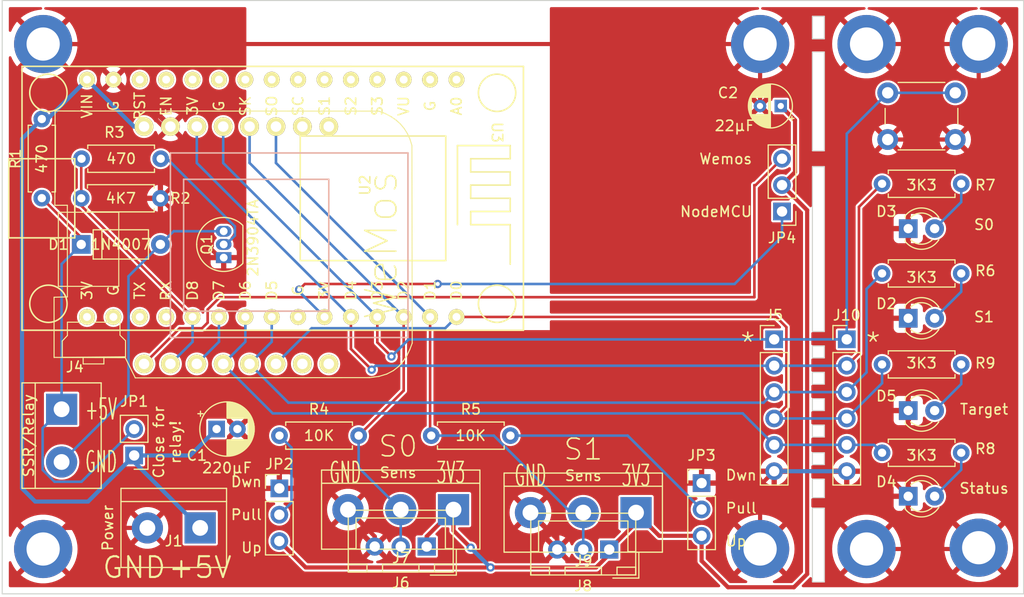
<source format=kicad_pcb>
(kicad_pcb (version 20211014) (generator pcbnew)
  (layers (0 "F.Cu" signal) (31 "B.Cu" signal) (34 "B.Paste" user) (35 "F.Paste" user) (36 "B.SilkS" user "B.Silkscreen") (37 "F.SilkS" user "F.Silkscreen") (38 "B.Mask" user) (39 "F.Mask" user) (44 "Edge.Cuts" user))
  (net 0 "")
  (net 1 "/ESP8266 module/3V3")
  (net 2 "Net-(D1-Pad1)")
  (net 3 "Net-(D1-Pad2)")
  (net 4 "Net-(D2-Pad2)")
  (net 5 "Net-(D3-Pad2)")
  (net 6 "Net-(D4-Pad2)")
  (net 7 "Net-(D5-Pad2)")
  (net 8 "/ESP8266 module/D2")
  (net 9 "/ESP8266 module/D1")
  (net 10 "Net-(JP2-Pad2)")
  (net 11 "Net-(JP3-Pad2)")
  (net 12 "Net-(JP4-Pad1)")
  (net 13 "Net-(JP4-Pad3)")
  (net 14 "Net-(Q1-Pad2)")
  (net 15 "/ESP8266 module/D7")
  (net 16 "+5V")
  (net 17 "GND")
  (net 34 "L_SW")
  (net 35 "L_L2")
  (net 36 "L_L1")
  (net 37 "L_LB")
  (net 38 "L_LT")
  (net 45 "/ESP8266 module/D8")
  (footprint "Capacitor_THT:CP_Radial_D5.0mm_P2.00mm" (layer "F.Cu") (at 108.264888 56.515)
    (fp_text reference "C1" (at -1.905 2.54) (layer "F.SilkS"))
    (fp_text value "220µF" (at 1 3.75) (layer "F.SilkS"))
    (pad "1" thru_hole rect (at 0 0) (size 1.6 1.6) (drill 0.8) (layers *.Cu *.Mask) (net 16 "+5V"))
    (pad "2" thru_hole circle (at 2 0) (size 1.6 1.6) (drill 0.8) (layers *.Cu *.Mask) (net 17 "GND"))
  )
  (footprint "Capacitor_THT:CP_Radial_D4.0mm_P2.00mm" (layer "F.Cu") (at 162.56 25.4 180)
    (fp_text reference "C2" (at 5.08 1.27) (layer "F.SilkS"))
    (fp_text value "22µF" (at 4.445 -1.905) (layer "F.SilkS"))
    (pad "1" thru_hole rect (at 0 0 180) (size 1.2 1.2) (drill 0.6) (layers *.Cu *.Mask) (net 1 "/ESP8266 module/3V3"))
    (pad "2" thru_hole circle (at 2 0 180) (size 1.2 1.2) (drill 0.6) (layers *.Cu *.Mask) (net 17 "GND"))
  )
  (footprint "Diodes_THT:D_A-405_P7.62mm_Horizontal" (layer "F.Cu") (at 95.235 38.735)
    (fp_text reference "D1" (at -2.202441 0) (layer "F.SilkS"))
    (fp_text value "1N4007" (at 3.81 0) (layer "F.SilkS"))
    (pad "1" thru_hole rect locked (at 0 0) (size 1.8 1.8) (drill 0.9) (layers *.Cu *.Mask) (net 2 "Net-(D1-Pad1)"))
    (pad "2" thru_hole oval locked (at 7.62 0) (size 1.8 1.8) (drill 0.9) (layers *.Cu *.Mask) (net 3 "Net-(D1-Pad2)"))
  )
  (footprint "LEDs:LED_D3.0mm" (layer "F.Cu") (at 174.828 45.847)
    (fp_text reference "D2" (at -2.108 -1.397) (layer "F.SilkS"))
    (fp_text value "LED_2")
    (pad "1" thru_hole rect locked (at 0 0) (size 1.8 1.8) (drill 0.9) (layers *.Cu *.Mask) (net 17 "GND"))
    (pad "2" thru_hole circle locked (at 2.54 0) (size 1.8 1.8) (drill 0.9) (layers *.Cu *.Mask) (net 4 "Net-(D2-Pad2)"))
  )
  (footprint "LEDs:LED_D3.0mm" (layer "F.Cu") (at 174.828 37.211)
    (fp_text reference "D3" (at -2.108 -1.651) (layer "F.SilkS"))
    (fp_text value "LED_1")
    (pad "1" thru_hole rect locked (at 0 0) (size 1.8 1.8) (drill 0.9) (layers *.Cu *.Mask) (net 17 "GND"))
    (pad "2" thru_hole circle locked (at 2.54 0) (size 1.8 1.8) (drill 0.9) (layers *.Cu *.Mask) (net 5 "Net-(D3-Pad2)"))
  )
  (footprint "LEDs:LED_D3.0mm" (layer "F.Cu") (at 174.828 62.992)
    (fp_text reference "D4" (at -2.108 -1.397) (layer "F.SilkS"))
    (fp_text value "LED_bl")
    (pad "1" thru_hole rect locked (at 0 0) (size 1.8 1.8) (drill 0.9) (layers *.Cu *.Mask) (net 17 "GND"))
    (pad "2" thru_hole circle locked (at 2.54 0) (size 1.8 1.8) (drill 0.9) (layers *.Cu *.Mask) (net 6 "Net-(D4-Pad2)"))
  )
  (footprint "LEDs:LED_D3.0mm" (layer "F.Cu") (at 174.828 54.737)
    (fp_text reference "D5" (at -2.108 -1.397) (layer "F.SilkS"))
    (fp_text value "LED_t")
    (pad "1" thru_hole rect locked (at 0 0) (size 1.8 1.8) (drill 0.9) (layers *.Cu *.Mask) (net 17 "GND"))
    (pad "2" thru_hole circle locked (at 2.54 0) (size 1.8 1.8) (drill 0.9) (layers *.Cu *.Mask) (net 7 "Net-(D5-Pad2)"))
  )
  (footprint "Connectors_Terminal_Blocks:TerminalBlock_bornier-2_P5.08mm" (layer "F.Cu") (at 106.68 66.04 180)
    (fp_text reference "J1" (at 2.54 -1.27) (layer "F.SilkS"))
    (fp_text value "Power")
    (pad "1" thru_hole rect locked (at 0 0 180) (size 3 3) (drill 1.52) (layers *.Cu *.Mask) (net 16 "+5V"))
    (pad "2" thru_hole circle locked (at 5.08 0 180) (size 3 3) (drill 1.52) (layers *.Cu *.Mask) (net 17 "GND"))
  )
  (footprint "Connectors_Terminal_Blocks:TerminalBlock_bornier-2_P5.08mm" (layer "F.Cu") (at 93.345 54.61 -90)
    (fp_text reference "J4" (at -4.064 -1.27 180) (layer "F.SilkS"))
    (fp_text value "SSR_out")
    (pad "1" thru_hole rect locked (at 0 0 270) (size 3 3) (drill 1.52) (layers *.Cu *.Mask) (net 2 "Net-(D1-Pad1)"))
    (pad "2" thru_hole circle locked (at 5.08 0 270) (size 3 3) (drill 1.52) (layers *.Cu *.Mask) (net 3 "Net-(D1-Pad2)"))
  )
  (footprint "Pin_Headers:Pin_Header_Straight_1x06_Pitch2.54mm" (layer "F.Cu") (at 161.925 47.879)
    (fp_text reference "J5" (at 0 -2.33) (layer "F.SilkS"))
    (fp_text value "LED_BOARD_out")
    (pad "1" thru_hole rect locked (at 0 0) (size 1.7 1.7) (drill 1) (layers *.Cu *.Mask) (net 34 "L_SW"))
    (pad "2" thru_hole oval locked (at 0 2.54) (size 1.7 1.7) (drill 1) (layers *.Cu *.Mask) (net 36 "L_L1"))
    (pad "3" thru_hole oval locked (at 0 5.08) (size 1.7 1.7) (drill 1) (layers *.Cu *.Mask) (net 35 "L_L2"))
    (pad "4" thru_hole oval locked (at 0 7.62) (size 1.7 1.7) (drill 1) (layers *.Cu *.Mask) (net 38 "L_LT"))
    (pad "5" thru_hole oval locked (at 0 10.16) (size 1.7 1.7) (drill 1) (layers *.Cu *.Mask) (net 37 "L_LB"))
    (pad "6" thru_hole oval locked (at 0 12.7) (size 1.7 1.7) (drill 1) (layers *.Cu *.Mask) (net 17 "GND"))
  )
  (footprint "Connectors_JST:JST_XH_B03B-XH-A_03x2.50mm_Straight" (layer "F.Cu") (at 128.484 67.835 180)
    (fp_text reference "J6" (at 2.5 -3.5) (layer "F.SilkS"))
    (fp_text value "S1_out")
    (pad "1" thru_hole rect locked (at 0 0 180) (size 1.75 1.75) (drill 1) (layers *.Cu *.Mask) (net 1 "/ESP8266 module/3V3"))
    (pad "2" thru_hole circle locked (at 2.5 0 180) (size 1.75 1.75) (drill 1) (layers *.Cu *.Mask) (net 8 "/ESP8266 module/D2"))
    (pad "3" thru_hole circle locked (at 5 0 180) (size 1.75 1.75) (drill 1) (layers *.Cu *.Mask) (net 17 "GND"))
  )
  (footprint "Connectors_Terminal_Blocks:TerminalBlock_bornier-3_P5.08mm" (layer "F.Cu") (at 131.064 64.279 180)
    (fp_text reference "J7" (at 5.05 -4.65) (layer "F.SilkS"))
    (fp_text value "Alt_Conn_S1")
    (pad "1" thru_hole rect locked (at 0 0 180) (size 3 3) (drill 1.52) (layers *.Cu *.Mask) (net 1 "/ESP8266 module/3V3"))
    (pad "2" thru_hole circle locked (at 5.08 0 180) (size 3 3) (drill 1.52) (layers *.Cu *.Mask) (net 8 "/ESP8266 module/D2"))
    (pad "3" thru_hole circle locked (at 10.16 0 180) (size 3 3) (drill 1.52) (layers *.Cu *.Mask) (net 17 "GND"))
  )
  (footprint "Connectors_JST:JST_XH_B03B-XH-A_03x2.50mm_Straight" (layer "F.Cu") (at 146.05 68.123 180)
    (fp_text reference "J8" (at 2.5 -3.5) (layer "F.SilkS"))
    (fp_text value "S2_out")
    (pad "1" thru_hole rect locked (at 0 0 180) (size 1.75 1.75) (drill 1) (layers *.Cu *.Mask) (net 1 "/ESP8266 module/3V3"))
    (pad "2" thru_hole circle locked (at 2.5 0 180) (size 1.75 1.75) (drill 1) (layers *.Cu *.Mask) (net 9 "/ESP8266 module/D1"))
    (pad "3" thru_hole circle locked (at 5 0 180) (size 1.75 1.75) (drill 1) (layers *.Cu *.Mask) (net 17 "GND"))
  )
  (footprint "Connectors_Terminal_Blocks:TerminalBlock_bornier-3_P5.08mm" (layer "F.Cu") (at 148.63 64.567 180)
    (fp_text reference "J9" (at 5.05 -4.65) (layer "F.SilkS"))
    (fp_text value "Alt_Conn_S2")
    (pad "1" thru_hole rect locked (at 0 0 180) (size 3 3) (drill 1.52) (layers *.Cu *.Mask) (net 1 "/ESP8266 module/3V3"))
    (pad "2" thru_hole circle locked (at 5.08 0 180) (size 3 3) (drill 1.52) (layers *.Cu *.Mask) (net 9 "/ESP8266 module/D1"))
    (pad "3" thru_hole circle locked (at 10.16 0 180) (size 3 3) (drill 1.52) (layers *.Cu *.Mask) (net 17 "GND"))
  )
  (footprint "Pin_Headers:Pin_Header_Straight_1x06_Pitch2.54mm" (layer "F.Cu") (at 168.91 47.879)
    (fp_text reference "J10" (at 0 -2.33) (layer "F.SilkS"))
    (fp_text value "LED_BOARD_in")
    (pad "1" thru_hole rect locked (at 0 0) (size 1.7 1.7) (drill 1) (layers *.Cu *.Mask) (net 34 "L_SW"))
    (pad "2" thru_hole oval locked (at 0 2.54) (size 1.7 1.7) (drill 1) (layers *.Cu *.Mask) (net 36 "L_L1"))
    (pad "3" thru_hole oval locked (at 0 5.08) (size 1.7 1.7) (drill 1) (layers *.Cu *.Mask) (net 35 "L_L2"))
    (pad "4" thru_hole oval locked (at 0 7.62) (size 1.7 1.7) (drill 1) (layers *.Cu *.Mask) (net 38 "L_LT"))
    (pad "5" thru_hole oval locked (at 0 10.16) (size 1.7 1.7) (drill 1) (layers *.Cu *.Mask) (net 37 "L_LB"))
    (pad "6" thru_hole oval locked (at 0 12.7) (size 1.7 1.7) (drill 1) (layers *.Cu *.Mask) (net 17 "GND"))
  )
  (footprint "Pin_Headers:Pin_Header_Straight_1x03_Pitch2.54mm" (layer "F.Cu") (at 114.3 62.23)
    (fp_text reference "JP2" (at 0 -2.33) (layer "F.SilkS"))
    (fp_text value "Pullup/Pulldown S1")
    (pad "1" thru_hole rect locked (at 0 0) (size 1.7 1.7) (drill 1) (layers *.Cu *.Mask) (net 17 "GND"))
    (pad "2" thru_hole oval locked (at 0 2.54) (size 1.7 1.7) (drill 1) (layers *.Cu *.Mask) (net 10 "Net-(JP2-Pad2)"))
    (pad "3" thru_hole oval locked (at 0 5.08) (size 1.7 1.7) (drill 1) (layers *.Cu *.Mask) (net 1 "/ESP8266 module/3V3"))
  )
  (footprint "Pin_Headers:Pin_Header_Straight_1x03_Pitch2.54mm" (layer "F.Cu") (at 154.94 61.722)
    (fp_text reference "JP3" (at 0 -2.667) (layer "F.SilkS"))
    (fp_text value "Pullup/Pulldown S2")
    (pad "1" thru_hole rect locked (at 0 0) (size 1.7 1.7) (drill 1) (layers *.Cu *.Mask) (net 17 "GND"))
    (pad "2" thru_hole oval locked (at 0 2.54) (size 1.7 1.7) (drill 1) (layers *.Cu *.Mask) (net 11 "Net-(JP3-Pad2)"))
    (pad "3" thru_hole oval locked (at 0 5.08) (size 1.7 1.7) (drill 1) (layers *.Cu *.Mask) (net 1 "/ESP8266 module/3V3"))
  )
  (footprint "Resistors_THT:R_Axial_DIN0207_L6.3mm_D2.5mm_P7.62mm_Horizontal" (layer "F.Cu") (at 91.44 26.655 -90)
    (fp_text reference "R1" (at 3.825 2.54 90) (layer "F.SilkS"))
    (fp_text value "470" (at 3.825 0 90) (layer "F.SilkS"))
    (pad "1" thru_hole circle locked (at 0 0 270) (size 1.6 1.6) (drill 0.8) (layers *.Cu *.Mask) (net 16 "+5V"))
    (pad "2" thru_hole oval locked (at 7.62 0 270) (size 1.6 1.6) (drill 0.8) (layers *.Cu *.Mask) (net 2 "Net-(D1-Pad1)"))
  )
  (footprint "Resistors_THT:R_Axial_DIN0207_L6.3mm_D2.5mm_P7.62mm_Horizontal" (layer "F.Cu") (at 95.235 34.29)
    (fp_text reference "R2" (at 9.54 0) (layer "F.SilkS"))
    (fp_text value "4K7" (at 3.81 0) (layer "F.SilkS"))
    (pad "1" thru_hole circle locked (at 0 0) (size 1.6 1.6) (drill 0.8) (layers *.Cu *.Mask) (net 45 "/ESP8266 module/D8"))
    (pad "2" thru_hole oval locked (at 7.62 0) (size 1.6 1.6) (drill 0.8) (layers *.Cu *.Mask) (net 17 "GND"))
  )
  (footprint "Resistors_THT:R_Axial_DIN0207_L6.3mm_D2.5mm_P7.62mm_Horizontal" (layer "F.Cu") (at 102.885 30.48 180)
    (fp_text reference "R3" (at 4.46 2.54) (layer "F.SilkS"))
    (fp_text value "470" (at 3.81 0) (layer "F.SilkS"))
    (pad "1" thru_hole circle locked (at 0 0 180) (size 1.6 1.6) (drill 0.8) (layers *.Cu *.Mask) (net 14 "Net-(Q1-Pad2)"))
    (pad "2" thru_hole oval locked (at 7.62 0 180) (size 1.6 1.6) (drill 0.8) (layers *.Cu *.Mask) (net 45 "/ESP8266 module/D8"))
  )
  (footprint "Resistors_THT:R_Axial_DIN0207_L6.3mm_D2.5mm_P7.62mm_Horizontal" (layer "F.Cu") (at 121.935 57.15 180)
    (fp_text reference "R4" (at 3.825 2.54) (layer "F.SilkS"))
    (fp_text value "10K" (at 3.81 0) (layer "F.SilkS"))
    (pad "1" thru_hole circle locked (at 0 0 180) (size 1.6 1.6) (drill 0.8) (layers *.Cu *.Mask) (net 8 "/ESP8266 module/D2"))
    (pad "2" thru_hole oval locked (at 7.62 0 180) (size 1.6 1.6) (drill 0.8) (layers *.Cu *.Mask) (net 10 "Net-(JP2-Pad2)"))
  )
  (footprint "Resistors_THT:R_Axial_DIN0207_L6.3mm_D2.5mm_P7.62mm_Horizontal" (layer "F.Cu") (at 136.54 57.15 180)
    (fp_text reference "R5" (at 3.81 2.54) (layer "F.SilkS"))
    (fp_text value "10K" (at 3.825 0) (layer "F.SilkS"))
    (pad "1" thru_hole circle locked (at 0 0 180) (size 1.6 1.6) (drill 0.8) (layers *.Cu *.Mask) (net 11 "Net-(JP3-Pad2)"))
    (pad "2" thru_hole oval locked (at 7.62 0 180) (size 1.6 1.6) (drill 0.8) (layers *.Cu *.Mask) (net 9 "/ESP8266 module/D1"))
  )
  (footprint "Resistors_THT:R_Axial_DIN0207_L6.3mm_D2.5mm_P7.62mm_Horizontal" (layer "F.Cu") (at 179.928 41.529 180)
    (fp_text reference "R6" (at -2.317 0.254) (layer "F.SilkS"))
    (fp_text value "3K3" (at 3.81 -0.381) (layer "F.SilkS"))
    (pad "1" thru_hole circle locked (at 0 0 180) (size 1.6 1.6) (drill 0.8) (layers *.Cu *.Mask) (net 4 "Net-(D2-Pad2)"))
    (pad "2" thru_hole oval locked (at 7.62 0 180) (size 1.6 1.6) (drill 0.8) (layers *.Cu *.Mask) (net 35 "L_L2"))
  )
  (footprint "Resistors_THT:R_Axial_DIN0207_L6.3mm_D2.5mm_P7.62mm_Horizontal" (layer "F.Cu") (at 179.928 32.893 180)
    (fp_text reference "R7" (at -2.317 -0.127) (layer "F.SilkS"))
    (fp_text value "3K3" (at 3.81 -0.127) (layer "F.SilkS"))
    (pad "1" thru_hole circle locked (at 0 0 180) (size 1.6 1.6) (drill 0.8) (layers *.Cu *.Mask) (net 5 "Net-(D3-Pad2)"))
    (pad "2" thru_hole oval locked (at 7.62 0 180) (size 1.6 1.6) (drill 0.8) (layers *.Cu *.Mask) (net 36 "L_L1"))
  )
  (footprint "Resistors_THT:R_Axial_DIN0207_L6.3mm_D2.5mm_P7.62mm_Horizontal" (layer "F.Cu") (at 179.928 50.292 180)
    (fp_text reference "R9" (at -2.317 0.127) (layer "F.SilkS"))
    (fp_text value "3K3" (at 3.81 0.127) (layer "F.SilkS"))
    (pad "1" thru_hole circle locked (at 0 0 180) (size 1.6 1.6) (drill 0.8) (layers *.Cu *.Mask) (net 7 "Net-(D5-Pad2)"))
    (pad "2" thru_hole oval locked (at 7.62 0 180) (size 1.6 1.6) (drill 0.8) (layers *.Cu *.Mask) (net 38 "L_LT"))
  )
  (footprint "ESP8266:NodeMCU Amica" (layer "F.Cu") (at 112.395 34.29 -90)
    (fp_text reference "U3" (at -6.35 -22.86 -90 unlocked) (layer "F.SilkS"))
    (fp_text value "NodeMCU_1.0_(ESP-12E)")
    (fp_text user "D6" (at 8.89 1.365 -90) (layer "F.SilkS"))
    (fp_text user "VIN" (at -8.89 16.605 -90) (layer "F.SilkS"))
    (fp_text user "SK" (at -8.89 1.365 -90) (layer "F.SilkS"))
    (fp_text user "D1" (at 8.89 -16.415 -90) (layer "F.SilkS"))
    (fp_text user "D2" (at 8.89 -13.875 -90) (layer "F.SilkS"))
    (fp_text user "3V" (at 8.89 -6.255 -90) (layer "F.SilkS"))
    (fp_text user "D3" (at 8.89 -11.335 -90) (layer "F.SilkS"))
    (fp_text user "D0" (at 8.89 -18.955 -90) (layer "F.SilkS"))
    (fp_text user "S2" (at -8.89 -8.795 -90) (layer "F.SilkS"))
    (fp_text user "SO" (at -8.89 -1.175 -90) (layer "F.SilkS"))
    (fp_text user "RX" (at 8.89 8.985 -90) (layer "F.SilkS"))
    (fp_text user "G" (at -8.89 -16.415 -90) (layer "F.SilkS"))
    (fp_text user "G" (at -8.89 14.065 -90) (layer "F.SilkS"))
    (fp_text user "VU" (at -8.89 -13.875 -90) (layer "F.SilkS"))
    (fp_text user "RST" (at -8.89 11.525 -90) (layer "F.SilkS"))
    (fp_text user "EN" (at -8.89 8.985 -90) (layer "F.SilkS"))
    (fp_text user "SC" (at -8.89 -3.715 -90) (layer "F.SilkS"))
    (fp_text user "D4" (at 8.89 -8.795 -90) (layer "F.SilkS"))
    (fp_text user "A0" (at -8.89 -18.955 -90) (layer "F.SilkS"))
    (fp_text user "G" (at 8.89 14.065 -90) (layer "F.SilkS"))
    (fp_text user "D5" (at 8.89 -1.175 -90) (layer "F.SilkS"))
    (fp_text user "TX" (at 8.89 11.525 -90) (layer "F.SilkS"))
    (fp_text user "G" (at -8.89 3.905 -90) (layer "F.SilkS"))
    (fp_text user "S3" (at -8.89 -11.335 -90) (layer "F.SilkS"))
    (fp_text user "3V" (at 8.89 16.605 -90) (layer "F.SilkS"))
    (fp_text user "3V" (at -8.89 6.445 -90) (layer "F.SilkS"))
    (fp_text user "S1" (at -8.89 -6.255 -90) (layer "F.SilkS"))
    (fp_text user "D8" (at 8.89 6.445 -90) (layer "F.SilkS"))
    (fp_text user "G" (at 8.89 -3.715 -90) (layer "F.SilkS"))
    (fp_text user "D7" (at 8.89 3.905 -90) (layer "F.SilkS"))
    (pad "1" thru_hole circle (at -11.43 -18.955 270) (size 1.524 1.524) (drill 0.762) (layers *.Mask "F.Cu" "In1.Cu" "B.Cu" "F.SilkS"))
    (pad "2" thru_hole circle (at -11.43 -16.415 270) (size 1.524 1.524) (drill 0.762) (layers *.Mask "F.Cu" "In1.Cu" "B.Cu" "F.SilkS"))
    (pad "3" thru_hole circle (at -11.43 -13.875 270) (size 1.524 1.524) (drill 0.762) (layers *.Mask "F.Cu" "In1.Cu" "B.Cu" "F.SilkS"))
    (pad "4" thru_hole circle (at -11.43 -11.335 270) (size 1.524 1.524) (drill 0.762) (layers *.Mask "F.Cu" "In1.Cu" "B.Cu" "F.SilkS"))
    (pad "5" thru_hole circle (at -11.43 -8.795 270) (size 1.524 1.524) (drill 0.762) (layers *.Mask "F.Cu" "In1.Cu" "B.Cu" "F.SilkS"))
    (pad "6" thru_hole circle (at -11.43 -6.255 270) (size 1.524 1.524) (drill 0.762) (layers *.Mask "F.Cu" "In1.Cu" "B.Cu" "F.SilkS"))
    (pad "7" thru_hole circle (at -11.43 -3.715 270) (size 1.524 1.524) (drill 0.762) (layers *.Mask "F.Cu" "In1.Cu" "B.Cu" "F.SilkS"))
    (pad "8" thru_hole circle (at -11.43 -1.175 270) (size 1.524 1.524) (drill 0.762) (layers *.Mask "F.Cu" "In1.Cu" "B.Cu" "F.SilkS"))
    (pad "9" thru_hole circle (at -11.43 1.365 270) (size 1.524 1.524) (drill 0.762) (layers *.Mask "F.Cu" "In1.Cu" "B.Cu" "F.SilkS"))
    (pad "10" thru_hole circle (at -11.43 3.905 270) (size 1.524 1.524) (drill 0.762) (layers *.Mask "F.Cu" "In1.Cu" "B.Cu" "F.SilkS"))
    (pad "11" thru_hole circle (at -11.43 6.445 270) (size 1.524 1.524) (drill 0.762) (layers *.Mask "F.Cu" "In1.Cu" "B.Cu" "F.SilkS"))
    (pad "12" thru_hole circle (at -11.43 8.985 270) (size 1.524 1.524) (drill 0.762) (layers *.Mask "F.Cu" "In1.Cu" "B.Cu" "F.SilkS"))
    (pad "13" thru_hole circle (at -11.43 11.525 270) (size 1.524 1.524) (drill 0.762) (layers *.Mask "F.Cu" "In1.Cu" "B.Cu" "F.SilkS"))
    (pad "14" thru_hole circle (at -11.43 14.065 270) (size 1.524 1.524) (drill 0.762) (layers *.Mask "F.Cu" "In1.Cu" "B.Cu" "F.SilkS") (net 17 "GND"))
    (pad "15" thru_hole circle (at -11.43 16.605 270) (size 1.524 1.524) (drill 0.762) (layers *.Mask "F.Cu" "In1.Cu" "B.Cu" "F.SilkS") (net 16 "+5V"))
    (pad "16" thru_hole circle (at 11.43 16.605 270) (size 1.524 1.524) (drill 0.762) (layers *.Mask "F.Cu" "In1.Cu" "B.Cu" "F.SilkS"))
    (pad "17" thru_hole circle (at 11.43 14.065 270) (size 1.524 1.524) (drill 0.762) (layers *.Mask "F.Cu" "In1.Cu" "B.Cu" "F.SilkS"))
    (pad "18" thru_hole circle (at 11.43 11.525 270) (size 1.524 1.524) (drill 0.762) (layers *.Mask "F.Cu" "In1.Cu" "B.Cu" "F.SilkS"))
    (pad "19" thru_hole circle (at 11.43 8.985 270) (size 1.524 1.524) (drill 0.762) (layers *.Mask "F.Cu" "In1.Cu" "B.Cu" "F.SilkS"))
    (pad "20" thru_hole circle (at 11.43 6.445 270) (size 1.524 1.524) (drill 0.762) (layers *.Mask "F.Cu" "In1.Cu" "B.Cu" "F.SilkS") (net 45 "/ESP8266 module/D8"))
    (pad "21" thru_hole circle (at 11.43 3.905 270) (size 1.524 1.524) (drill 0.762) (layers *.Mask "F.Cu" "In1.Cu" "B.Cu" "F.SilkS") (net 15 "/ESP8266 module/D7"))
    (pad "22" thru_hole circle (at 11.43 1.365 270) (size 1.524 1.524) (drill 0.762) (layers *.Mask "F.Cu" "In1.Cu" "B.Cu" "F.SilkS") (net 37 "L_LB"))
    (pad "23" thru_hole circle (at 11.43 -1.175 270) (size 1.524 1.524) (drill 0.762) (layers *.Mask "F.Cu" "In1.Cu" "B.Cu" "F.SilkS") (net 35 "L_L2"))
    (pad "24" thru_hole circle (at 11.43 -3.715 270) (size 1.524 1.524) (drill 0.762) (layers *.Mask "F.Cu" "In1.Cu" "B.Cu" "F.SilkS"))
    (pad "25" thru_hole circle (at 11.43 -6.255 270) (size 1.524 1.524) (drill 0.762) (layers *.Mask "F.Cu" "In1.Cu" "B.Cu" "F.SilkS") (net 12 "Net-(JP4-Pad1)"))
    (pad "26" thru_hole circle (at 11.43 -8.795 270) (size 1.524 1.524) (drill 0.762) (layers *.Mask "F.Cu" "In1.Cu" "B.Cu" "F.SilkS") (net 36 "L_L1"))
    (pad "27" thru_hole circle (at 11.43 -11.335 270) (size 1.524 1.524) (drill 0.762) (layers *.Mask "F.Cu" "In1.Cu" "B.Cu" "F.SilkS") (net 34 "L_SW"))
    (pad "28" thru_hole circle (at 11.43 -13.875 270) (size 1.524 1.524) (drill 0.762) (layers *.Mask "F.Cu" "In1.Cu" "B.Cu" "F.SilkS") (net 8 "/ESP8266 module/D2"))
    (pad "29" thru_hole circle (at 11.43 -16.415 270) (size 1.524 1.524) (drill 0.762) (layers *.Mask "F.Cu" "In1.Cu" "B.Cu" "F.SilkS") (net 9 "/ESP8266 module/D1"))
    (pad "30" thru_hole circle (at 11.43 -18.955 270) (size 1.524 1.524) (drill 0.762) (layers *.Mask "F.Cu" "In1.Cu" "B.Cu" "F.SilkS") (net 38 "L_LT"))
  )
  (footprint "wemos_d1_mini:D1_mini_board" (layer "F.Cu") (at 108.897747 38.812084 -90)
    (fp_text reference "U2" (at -5.792084 -13.657253 90) (layer "F.SilkS"))
    (fp_text value "WeMos_mini" hide)
    (fp_text user "WeMos" (at 0 -15.24 90) (layer "F.SilkS") (effects (font (size 3 3))))
    (pad "1" thru_hole circle locked (at -11.43 7.62 270) (size 1.8 1.8) (drill 1.016) (layers *.Cu *.Mask "F.SilkS") (net 16 "+5V"))
    (pad "2" thru_hole circle locked (at -11.43 5.08 270) (size 1.8 1.8) (drill 1.016) (layers *.Cu *.Mask "F.SilkS") (net 17 "GND"))
    (pad "3" thru_hole circle locked (at -11.43 2.54 270) (size 1.8 1.8) (drill 1.016) (layers *.Cu *.Mask "F.SilkS") (net 36 "L_L1"))
    (pad "4" thru_hole circle locked (at -11.43 0 270) (size 1.8 1.8) (drill 1.016) (layers *.Cu *.Mask "F.SilkS") (net 34 "L_SW"))
    (pad "5" thru_hole circle locked (at -11.43 -2.54 270) (size 1.8 1.8) (drill 1.016) (layers *.Cu *.Mask "F.SilkS") (net 8 "/ESP8266 module/D2"))
    (pad "6" thru_hole circle locked (at -11.43 -5.08 270) (size 1.8 1.8) (drill 1.016) (layers *.Cu *.Mask "F.SilkS") (net 9 "/ESP8266 module/D1"))
    (pad "7" thru_hole circle locked (at -11.43 -7.62 270) (size 1.8 1.8) (drill 1.016) (layers *.Cu *.Mask "F.SilkS"))
    (pad "8" thru_hole circle locked (at -11.43 -10.16 270) (size 1.8 1.8) (drill 1.016) (layers *.Cu *.Mask "F.SilkS"))
    (pad "9" thru_hole circle locked (at 11.43 -10.16 270) (size 1.8 1.8) (drill 1.016) (layers *.Cu *.Mask "F.SilkS"))
    (pad "10" thru_hole circle locked (at 11.43 -7.62 270) (size 1.8 1.8) (drill 1.016) (layers *.Cu *.Mask "F.SilkS"))
    (pad "11" thru_hole circle locked (at 11.43 -5.08 270) (size 1.8 1.8) (drill 1.016) (layers *.Cu *.Mask "F.SilkS") (net 38 "L_LT"))
    (pad "12" thru_hole circle locked (at 11.43 -2.54 270) (size 1.8 1.8) (drill 1.016) (layers *.Cu *.Mask "F.SilkS") (net 35 "L_L2"))
    (pad "13" thru_hole circle locked (at 11.43 0 270) (size 1.8 1.8) (drill 1.016) (layers *.Cu *.Mask "F.SilkS") (net 37 "L_LB"))
    (pad "14" thru_hole circle locked (at 11.43 2.54 270) (size 1.8 1.8) (drill 1.016) (layers *.Cu *.Mask "F.SilkS") (net 15 "/ESP8266 module/D7"))
    (pad "15" thru_hole circle locked (at 11.43 5.08 270) (size 1.8 1.8) (drill 1.016) (layers *.Cu *.Mask "F.SilkS") (net 45 "/ESP8266 module/D8"))
    (pad "16" thru_hole circle locked (at 11.43 7.62 270) (size 1.8 1.8) (drill 1.016) (layers *.Cu *.Mask "F.SilkS") (net 13 "Net-(JP4-Pad3)"))
  )
  (footprint "Pin_Headers:Pin_Header_Straight_1x03_Pitch2.54mm" (layer "F.Cu") (at 162.68 35.56 180)
    (fp_text reference "JP4" (at 0 -2.54) (layer "F.SilkS"))
    (fp_text value "Module select")
    (pad "1" thru_hole rect locked (at 0 0 180) (size 1.7 1.7) (drill 1) (layers *.Cu *.Mask) (net 12 "Net-(JP4-Pad1)"))
    (pad "2" thru_hole oval locked (at 0 2.54 180) (size 1.7 1.7) (drill 1) (layers *.Cu *.Mask) (net 1 "/ESP8266 module/3V3"))
    (pad "3" thru_hole oval locked (at 0 5.08 180) (size 1.7 1.7) (drill 1) (layers *.Cu *.Mask) (net 13 "Net-(JP4-Pad3)"))
  )
  (footprint "Buttons_Switches_THT:SW_PUSH_6mm_h9.5mm" (layer "F.Cu") (at 172.853 24.13)
    (fp_text reference "SW1" hide)
    (fp_text value "SW_Push" hide)
    (pad "1" thru_hole circle locked (at 0 0 90) (size 2 2) (drill 1.1) (layers *.Cu *.Mask) (net 34 "L_SW"))
    (pad "1" thru_hole circle locked (at 6.5 0 90) (size 2 2) (drill 1.1) (layers *.Cu *.Mask) (net 34 "L_SW"))
    (pad "2" thru_hole circle locked (at 6.5 4.5 90) (size 2 2) (drill 1.1) (layers *.Cu *.Mask) (net 17 "GND"))
    (pad "2" thru_hole circle locked (at 0 4.5 90) (size 2 2) (drill 1.1) (layers *.Cu *.Mask) (net 17 "GND"))
  )
  (footprint "Pin_Headers:Pin_Header_Straight_1x02_Pitch2.54mm" (layer "F.Cu") (at 100.33 59.06 180)
    (fp_text reference "JP1" (at 0 5.207) (layer "F.SilkS"))
    (fp_text value "Close for relay")
    (pad "1" thru_hole rect locked (at 0 0 180) (size 1.7 1.7) (drill 1) (layers *.Cu *.Mask) (net 16 "+5V"))
    (pad "2" thru_hole oval locked (at 0 2.54 180) (size 1.7 1.7) (drill 1) (layers *.Cu *.Mask) (net 2 "Net-(D1-Pad1)"))
  )
  (footprint "Mounting_Holes:MountingHole_3.2mm_M3_DIN965_Pad" (layer "F.Cu") (at 181.61 67.945)
    (fp_text reference "H2" hide)
    (fp_text value "M3")
    (pad "1" thru_hole circle locked (at 0 0) (size 5.6 5.6) (drill 3.2) (layers *.Cu *.Mask) (net 17 "GND"))
  )
  (footprint "Mounting_Holes:MountingHole_3.2mm_M3_DIN965_Pad" (layer "F.Cu") (at 170.815 19.431)
    (fp_text reference "H3" hide)
    (fp_text value "M3")
    (pad "1" thru_hole circle locked (at 0 0) (size 5.6 5.6) (drill 3.2) (layers *.Cu *.Mask) (net 17 "GND"))
  )
  (footprint "Mounting_Holes:MountingHole_3.2mm_M3_DIN965_Pad" (layer "F.Cu") (at 170.815 68.072)
    (fp_text reference "H4" hide)
    (fp_text value "M3")
    (pad "1" thru_hole circle locked (at 0 0) (size 5.6 5.6) (drill 3.2) (layers *.Cu *.Mask) (net 17 "GND"))
  )
  (footprint "Mounting_Holes:MountingHole_3.2mm_M3_DIN965_Pad" (layer "F.Cu") (at 160.571 19.431)
    (fp_text reference "H6" hide)
    (fp_text value "M3")
    (pad "1" thru_hole circle locked (at 0 0) (size 5.6 5.6) (drill 3.2) (layers *.Cu *.Mask) (net 17 "GND"))
  )
  (footprint "Mounting_Holes:MountingHole_3.2mm_M3_DIN965_Pad" (layer "F.Cu") (at 181.61 19.431)
    (fp_text reference "H8" hide)
    (fp_text value "M3")
    (pad "1" thru_hole circle locked (at 0 0) (size 5.6 5.6) (drill 3.2) (layers *.Cu *.Mask) (net 17 "GND"))
  )
  (footprint "Mounting_Holes:MountingHole_3.2mm_M3_DIN965_Pad" (layer "F.Cu") (at 91.571 68.072)
    (fp_text reference "H11" hide)
    (fp_text value "M3")
    (pad "1" thru_hole circle locked (at 0 0) (size 5.6 5.6) (drill 3.2) (layers *.Cu *.Mask) (net 17 "GND"))
  )
  (footprint "Mounting_Holes:MountingHole_3.2mm_M3_DIN965_Pad" (layer "F.Cu") (at 91.571 19.431)
    (fp_text reference "H12" hide)
    (fp_text value "M3")
    (pad "1" thru_hole circle locked (at 0 0) (size 5.6 5.6) (drill 3.2) (layers *.Cu *.Mask) (net 17 "GND"))
  )
  (footprint "Mounting_Holes:MountingHole_3.2mm_M3_DIN965_Pad" (layer "F.Cu") (at 160.571 68.072)
    (fp_text reference "H1" hide)
    (fp_text value "M3")
    (pad "1" thru_hole circle locked (at 0 0) (size 5.6 5.6) (drill 3.2) (layers *.Cu *.Mask) (net 17 "GND"))
  )
  (footprint "Resistors_THT:R_Axial_DIN0207_L6.3mm_D2.5mm_P7.62mm_Horizontal" (layer "F.Cu") (at 179.928 58.801 180)
    (fp_text reference "R8" (at -2.317 0.381) (layer "F.SilkS"))
    (fp_text value "3K3" (at 3.81 -0.254) (layer "F.SilkS"))
    (pad "1" thru_hole circle locked (at 0 0 180) (size 1.6 1.6) (drill 0.8) (layers *.Cu *.Mask) (net 6 "Net-(D4-Pad2)"))
    (pad "2" thru_hole oval locked (at 7.62 0 180) (size 1.6 1.6) (drill 0.8) (layers *.Cu *.Mask) (net 37 "L_LB"))
  )
  (footprint "Package_TO_SOT_THT:TO-92_Inline" (layer "F.Cu") (at 108.945 40.005 90)
    (fp_text reference "Q1" (at 1.27 -1.63 90) (layer "F.SilkS"))
    (fp_text value "2N3904TA" (at 1.905 2.815 90) (layer "F.SilkS"))
    (pad "1" thru_hole rect (at 0 0 90) (size 1.05 1.5) (drill 0.75) (layers *.Cu *.Mask) (net 17 "GND"))
    (pad "2" thru_hole oval (at 1.27 0 90) (size 1.05 1.5) (drill 0.75) (layers *.Cu *.Mask) (net 14 "Net-(Q1-Pad2)"))
    (pad "3" thru_hole oval (at 2.54 0 90) (size 1.05 1.5) (drill 0.75) (layers *.Cu *.Mask) (net 3 "Net-(D1-Pad2)"))
  )
  (gr_line (start 165.608 29.718) (end 165.608 20.193) (layer "Edge.Cuts") (width 0.1))
  (gr_line (start 166.751 29.718) (end 165.608 29.718) (layer "Edge.Cuts") (width 0.1))
  (gr_line (start 166.751 20.193) (end 166.751 29.718) (layer "Edge.Cuts") (width 0.1))
  (gr_line (start 165.608 20.193) (end 166.751 20.193) (layer "Edge.Cuts") (width 0.1))
  (gr_line (start 166.751 18.923) (end 165.608 18.923) (layer "Edge.Cuts") (width 0.1))
  (gr_line (start 165.608 16.764) (end 166.751 16.764) (layer "Edge.Cuts") (width 0.1))
  (gr_line (start 165.608 18.923) (end 165.608 16.764) (layer "Edge.Cuts") (width 0.1))
  (gr_line (start 166.751 16.764) (end 166.751 18.923) (layer "Edge.Cuts") (width 0.1))
  (gr_line (start 165.608 64.135) (end 166.751 64.135) (layer "Edge.Cuts") (width 0.1))
  (gr_line (start 166.751 64.135) (end 166.751 71.247) (layer "Edge.Cuts") (width 0.1))
  (gr_line (start 166.751 71.247) (end 165.608 71.247) (layer "Edge.Cuts") (width 0.1))
  (gr_line (start 165.608 71.247) (end 165.608 64.135) (layer "Edge.Cuts") (width 0.1))
  (gr_line (start 166.751 56.134) (end 166.751 57.277) (layer "Edge.Cuts") (width 0.1))
  (gr_line (start 165.608 56.134) (end 166.751 56.134) (layer "Edge.Cuts") (width 0.1))
  (gr_line (start 166.751 57.277) (end 165.608 57.277) (layer "Edge.Cuts") (width 0.1))
  (gr_line (start 165.608 57.277) (end 165.608 56.134) (layer "Edge.Cuts") (width 0.1))
  (gr_line (start 166.751 53.594) (end 166.751 54.737) (layer "Edge.Cuts") (width 0.1))
  (gr_line (start 165.608 53.594) (end 166.751 53.594) (layer "Edge.Cuts") (width 0.1))
  (gr_line (start 166.751 54.737) (end 165.608 54.737) (layer "Edge.Cuts") (width 0.1))
  (gr_line (start 165.608 54.737) (end 165.608 53.594) (layer "Edge.Cuts") (width 0.1))
  (gr_line (start 166.751 52.197) (end 165.608 52.197) (layer "Edge.Cuts") (width 0.1))
  (gr_line (start 165.608 52.197) (end 165.608 51.054) (layer "Edge.Cuts") (width 0.1))
  (gr_line (start 166.751 51.054) (end 166.751 52.197) (layer "Edge.Cuts") (width 0.1))
  (gr_line (start 165.608 51.054) (end 166.751 51.054) (layer "Edge.Cuts") (width 0.1))
  (gr_line (start 166.751 49.657) (end 165.608 49.657) (layer "Edge.Cuts") (width 0.1))
  (gr_line (start 165.608 49.657) (end 165.608 48.514) (layer "Edge.Cuts") (width 0.1))
  (gr_line (start 166.751 48.514) (end 166.751 49.657) (layer "Edge.Cuts") (width 0.1))
  (gr_line (start 165.608 48.514) (end 166.751 48.514) (layer "Edge.Cuts") (width 0.1))
  (gr_line (start 165.608 31.242) (end 166.751 31.242) (layer "Edge.Cuts") (width 0.1))
  (gr_line (start 87.63 72.39) (end 87.63 15.24) (layer "Edge.Cuts") (width 0.1))
  (gr_line (start 87.63 15.24) (end 185.934 15.24) (layer "Edge.Cuts") (width 0.1))
  (gr_line (start 185.934 72.39) (end 87.63 72.39) (layer "Edge.Cuts") (width 0.1))
  (gr_line (start 166.751 63.119) (end 165.608 63.119) (layer "Edge.Cuts") (width 0.1))
  (gr_line (start 165.608 63.119) (end 165.608 61.341) (layer "Edge.Cuts") (width 0.1))
  (gr_line (start 165.608 61.341) (end 166.751 61.341) (layer "Edge.Cuts") (width 0.1))
  (gr_line (start 166.751 61.341) (end 166.751 63.119) (layer "Edge.Cuts") (width 0.1))
  (gr_line (start 165.608 59.944) (end 165.608 58.801) (layer "Edge.Cuts") (width 0.1))
  (gr_line (start 166.751 59.944) (end 165.608 59.944) (layer "Edge.Cuts") (width 0.1))
  (gr_line (start 165.608 58.801) (end 166.751 58.801) (layer "Edge.Cuts") (width 0.1))
  (gr_line (start 166.751 31.242) (end 166.751 47.117) (layer "Edge.Cuts") (width 0.1))
  (gr_line (start 185.934 15.24) (end 185.934 72.39) (layer "Edge.Cuts") (width 0.1))
  (gr_line (start 166.751 47.117) (end 165.608 47.117) (layer "Edge.Cuts") (width 0.1))
  (gr_line (start 165.608 47.117) (end 165.608 31.242) (layer "Edge.Cuts") (width 0.1))
  (gr_line (start 166.751 58.801) (end 166.751 59.944) (layer "Edge.Cuts") (width 0.1))
  (gr_text "S0" (at 182.124 36.83) (layer "F.SilkS") (effects (font (size 1 1))))
  (gr_text "S0" (at 125.73 58.183) (layer "F.SilkS") (effects (font (size 2 2))))
  (gr_text "3V3" (at 130.81 60.723) (layer "F.SilkS") (effects (font (size 2 1))))
  (gr_text "S1" (at 143.55 58.471) (layer "F.SilkS") (effects (font (size 2 2))))
  (gr_text "3V3" (at 148.63 61.011) (layer "F.SilkS") (effects (font (size 2 1))))
  (gr_text "Wemos" (at 157.258571 30.495) (layer "F.SilkS") (effects (font (size 1 1))))
  (gr_text "GND" (at 100.33 69.85) (layer "F.SilkS") (effects (font (size 2 2) (thickness 0.2))))
  (gr_text "Pull" (at 111.125 64.77) (layer "F.SilkS") (effects (font (size 1 1))))
  (gr_text "Close for\nrelay!" (at 103.505 57.785 90) (layer "F.SilkS") (effects (font (size 1 1))))
  (gr_text "Target" (at 182.124 54.61) (layer "F.SilkS") (effects (font (size 1 1))))
  (gr_text "Up" (at 158.25 67.31) (layer "F.SilkS") (effects (font (size 1 1))))
  (gr_text "Dwn" (at 158.75 60.96) (layer "F.SilkS") (effects (font (size 1 1))))
  (gr_text "NodeMCU" (at 156.33 35.575) (layer "F.SilkS") (effects (font (size 1 1))))
  (gr_text "GND" (at 120.65 60.723) (layer "F.SilkS") (effects (font (size 2 1))))
  (gr_text "SSR/Relay" (at 90.17 57.15 90) (layer "F.SilkS") (effects (font (size 1 1))))
  (gr_text "Sens" (at 125.73 60.723) (layer "F.SilkS") (effects (font (size 1 1))))
  (gr_text "Power" (at 97.79 66.04 90) (layer "F.SilkS") (effects (font (size 1 1))))
  (gr_text "Dwn" (at 111.125 61.595) (layer "F.SilkS") (effects (font (size 1 1))))
  (gr_text "GND" (at 138.47 61.011) (layer "F.SilkS") (effects (font (size 2 1))))
  (gr_text "Up" (at 111.625 67.945) (layer "F.SilkS") (effects (font (size 1 1))))
  (gr_text "+5V" (at 97.155 54.61) (layer "F.SilkS") (effects (font (size 2 1))))
  (gr_text "Status" (at 182.124 62.23) (layer "F.SilkS") (effects (font (size 1 1))))
  (gr_text "GND" (at 97.155 59.69) (layer "F.SilkS") (effects (font (size 2 1))))
  (gr_text "Pull" (at 158.75 64.135) (layer "F.SilkS") (effects (font (size 1 1))))
  (gr_text "S1" (at 182.124 45.72) (layer "F.SilkS") (effects (font (size 1 1))))
  (gr_text "Sens" (at 143.55 61.011) (layer "F.SilkS") (effects (font (size 1 1))))
  (gr_text "*" (at 159.385 48.26) (layer "F.SilkS") (effects (font (size 2 2))))
  (gr_text "*" (at 171.45 48.26) (layer "F.SilkS") (effects (font (size 2 2))))
  (gr_text "+5V" (at 106.68 69.85) (layer "F.SilkS") (effects (font (size 2 2) (thickness 0.2))))
  (segment (start 157.48 71.755) (end 154.94 69.215) (width 0.4) (layer "F.Cu") (net 1))
  (segment (start 163.83 71.755) (end 157.48 71.755) (width 0.4) (layer "F.Cu") (net 1))
  (segment (start 148.63 65.543) (end 146.05 68.123) (width 0.4) (layer "F.Cu") (net 1))
  (segment (start 148.63 64.567) (end 148.63 65.543) (width 0.4) (layer "F.Cu") (net 1))
  (segment (start 162.68 33.02) (end 163.93 31.77) (width 0.4) (layer "F.Cu") (net 1))
  (segment (start 154.94 69.215) (end 154.94 66.802) (width 0.4) (layer "F.Cu") (net 1))
  (segment (start 114.3 67.31) (end 116.84 69.85) (width 0.4) (layer "F.Cu") (net 1))
  (segment (start 131.064 64.279) (end 131.064 66.294) (width 0.4) (layer "F.Cu") (net 1))
  (segment (start 128.484 67.835) (end 128.484 66.859) (width 0.4) (layer "F.Cu") (net 1))
  (segment (start 146.05 68.58) (end 144.78 69.85) (width 0.4) (layer "F.Cu") (net 1))
  (segment (start 165.1 35.44) (end 165.1 70.485) (width 0.4) (layer "F.Cu") (net 1))
  (segment (start 128.484 66.859) (end 131.064 64.279) (width 0.4) (layer "F.Cu") (net 1))
  (segment (start 165.1 70.485) (end 163.83 71.755) (width 0.4) (layer "F.Cu") (net 1))
  (segment (start 163.93 31.77) (end 163.93 26.77) (width 0.4) (layer "F.Cu") (net 1))
  (segment (start 150.865 66.802) (end 148.63 64.567) (width 0.4) (layer "F.Cu") (net 1))
  (segment (start 162.68 33.02) (end 165.1 35.44) (width 0.4) (layer "F.Cu") (net 1))
  (segment (start 163.93 26.77) (end 162.56 25.4) (width 0.4) (layer "F.Cu") (net 1))
  (segment (start 131.064 66.294) (end 132.715 67.945) (width 0.4) (layer "F.Cu") (net 1))
  (segment (start 134.62 69.85) (end 144.78 69.85) (width 0.4) (layer "F.Cu") (net 1))
  (segment (start 116.84 69.85) (end 134.62 69.85) (width 0.4) (layer "F.Cu") (net 1))
  (segment (start 146.05 68.123) (end 146.05 68.58) (width 0.4) (layer "F.Cu") (net 1))
  (segment (start 154.94 66.802) (end 150.865 66.802) (width 0.4) (layer "F.Cu") (net 1))
  (via (at 132.715 67.945) (size 0.8) (drill 0.4) (layers "F.Cu" "B.Cu") (net 1))
  (via (at 134.62 69.85) (size 0.8) (drill 0.4) (layers "F.Cu" "B.Cu") (net 1))
  (segment (start 132.715 67.945) (end 134.62 69.85) (width 0.4) (layer "B.Cu") (net 1))
  (segment (start 95.235 38.07) (end 91.44 34.275) (width 0.25) (layer "F.Cu") (net 2))
  (segment (start 95.235 38.735) (end 95.235 38.07) (width 0.25) (layer "F.Cu") (net 2))
  (segment (start 93.345 54.61) (end 91.52 56.435) (width 0.25) (layer "B.Cu") (net 2))
  (segment (start 92.66906 61.595) (end 95.255 61.595) (width 0.25) (layer "B.Cu") (net 2))
  (segment (start 95.255 61.595) (end 100.33 56.52) (width 0.25) (layer "B.Cu") (net 2))
  (segment (start 91.52 56.435) (end 91.52 60.44594) (width 0.25) (layer "B.Cu") (net 2))
  (segment (start 93.345 40.625) (end 95.235 38.735) (width 0.25) (layer "B.Cu") (net 2))
  (segment (start 93.345 54.61) (end 93.345 40.625) (width 0.25) (layer "B.Cu") (net 2))
  (segment (start 91.52 60.44594) (end 92.66906 61.595) (width 0.25) (layer "B.Cu") (net 2))
  (segment (start 104.125 37.465) (end 108.945 37.465) (width 0.25) (layer "B.Cu") (net 3))
  (segment (start 99.783 53.252) (end 99.783 41.807) (width 0.25) (layer "B.Cu") (net 3))
  (segment (start 99.783 41.807) (end 102.855 38.735) (width 0.25) (layer "B.Cu") (net 3))
  (segment (start 102.855 38.735) (end 104.125 37.465) (width 0.25) (layer "B.Cu") (net 3))
  (segment (start 93.345 59.69) (end 99.783 53.252) (width 0.25) (layer "B.Cu") (net 3))
  (segment (start 177.368 45.847) (end 179.928 43.287) (width 0.25) (layer "B.Cu") (net 4))
  (segment (start 179.928 43.287) (end 179.928 41.529) (width 0.25) (layer "B.Cu") (net 4))
  (segment (start 179.928 34.651) (end 179.928 32.893) (width 0.25) (layer "B.Cu") (net 5))
  (segment (start 177.368 37.211) (end 179.928 34.651) (width 0.25) (layer "B.Cu") (net 5))
  (segment (start 179.928 60.432) (end 179.928 58.801) (width 0.25) (layer "B.Cu") (net 6))
  (segment (start 177.368 62.992) (end 179.928 60.432) (width 0.25) (layer "B.Cu") (net 6))
  (segment (start 177.368 54.737) (end 179.928 52.177) (width 0.25) (layer "B.Cu") (net 7))
  (segment (start 179.928 52.177) (end 179.928 50.292) (width 0.25) (layer "B.Cu") (net 7))
  (segment (start 126.27 52.815) (end 121.935 57.15) (width 0.25) (layer "F.Cu") (net 8))
  (segment (start 126.27 45.72) (end 126.27 52.815) (width 0.25) (layer "F.Cu") (net 8))
  (segment (start 111.437747 27.382084) (end 111.437747 30.887747) (width 0.25) (layer "B.Cu") (net 8))
  (segment (start 111.437747 30.887747) (end 126.27 45.72) (width 0.25) (layer "B.Cu") (net 8))
  (segment (start 121.935 60.23) (end 125.984 64.279) (width 0.25) (layer "B.Cu") (net 8))
  (segment (start 125.984 64.279) (end 125.984 67.835) (width 0.25) (layer "B.Cu") (net 8))
  (segment (start 121.935 57.15) (end 121.935 60.23) (width 0.25) (layer "B.Cu") (net 8))
  (segment (start 128.81 57.04) (end 128.92 57.15) (width 0.25) (layer "F.Cu") (net 9))
  (segment (start 128.81 45.72) (end 128.81 57.04) (width 0.25) (layer "F.Cu") (net 9))
  (segment (start 142.366009 64.567) (end 143.55 64.567) (width 0.25) (layer "B.Cu") (net 9))
  (segment (start 113.977747 30.887747) (end 128.81 45.72) (width 0.25) (layer "B.Cu") (net 9))
  (segment (start 134.949009 57.15) (end 142.366009 64.567) (width 0.25) (layer "B.Cu") (net 9))
  (segment (start 128.92 57.15) (end 134.949009 57.15) (width 0.25) (layer "B.Cu") (net 9))
  (segment (start 143.55 64.567) (end 143.55 68.123) (width 0.25) (layer "B.Cu") (net 9))
  (segment (start 113.977747 27.382084) (end 113.977747 30.887747) (width 0.25) (layer "B.Cu") (net 9))
  (segment (start 114.3 64.77) (end 115.475 63.595) (width 0.25) (layer "B.Cu") (net 10))
  (segment (start 115.475 58.31) (end 114.315 57.15) (width 0.25) (layer "B.Cu") (net 10))
  (segment (start 115.475 63.595) (end 115.475 58.31) (width 0.25) (layer "B.Cu") (net 10))
  (segment (start 136.54 57.15) (end 147.828 57.15) (width 0.25) (layer "B.Cu") (net 11))
  (segment (start 147.828 57.15) (end 154.94 64.262) (width 0.25) (layer "B.Cu") (net 11))
  (segment (start 116.7505 42.545) (end 116.205 43.0905) (width 0.25) (layer "F.Cu") (net 12))
  (segment (start 129.54 42.545) (end 117.475 42.545) (width 0.25) (layer "F.Cu") (net 12))
  (segment (start 117.475 42.545) (end 116.7505 42.545) (width 0.25) (layer "F.Cu") (net 12))
  (via (at 116.205 43.0905) (size 0.8) (drill 0.4) (layers "F.Cu" "B.Cu") (net 12))
  (via (at 129.54 42.545) (size 0.8) (drill 0.4) (layers "F.Cu" "B.Cu") (net 12))
  (segment (start 158.115 42.545) (end 129.54 42.545) (width 0.25) (layer "B.Cu") (net 12))
  (segment (start 116.205 43.275) (end 118.65 45.72) (width 0.25) (layer "B.Cu") (net 12))
  (segment (start 162.68 37.98) (end 158.115 42.545) (width 0.25) (layer "B.Cu") (net 12))
  (segment (start 162.68 35.56) (end 162.68 37.98) (width 0.25) (layer "B.Cu") (net 12))
  (segment (start 116.205 43.0905) (end 116.205 43.275) (width 0.25) (layer "B.Cu") (net 12))
  (segment (start 101.277747 50.242084) (end 104.712831 46.807) (width 0.25) (layer "F.Cu") (net 13))
  (segment (start 106.863 46.807) (end 107.403 46.267) (width 0.25) (layer "F.Cu") (net 13))
  (segment (start 104.712831 46.807) (end 106.863 46.807) (width 0.25) (layer "F.Cu") (net 13))
  (segment (start 160.14 33.02) (end 162.68 30.48) (width 0.25) (layer "F.Cu") (net 13))
  (segment (start 108.585 43.815) (end 160.02 43.815) (width 0.25) (layer "F.Cu") (net 13))
  (segment (start 107.403 44.997) (end 108.585 43.815) (width 0.25) (layer "F.Cu") (net 13))
  (segment (start 107.403 46.267) (end 107.403 44.997) (width 0.25) (layer "F.Cu") (net 13))
  (segment (start 160.02 43.815) (end 160.02 33.02) (width 0.25) (layer "F.Cu") (net 13))
  (segment (start 160.02 33.02) (end 160.14 33.02) (width 0.25) (layer "F.Cu") (net 13))
  (segment (start 108.945 38.735) (end 109.17 38.735) (width 0.25) (layer "B.Cu") (net 14))
  (segment (start 110.02 36.995) (end 103.505 30.48) (width 0.25) (layer "B.Cu") (net 14))
  (segment (start 109.17 38.735) (end 110.02 37.885) (width 0.25) (layer "B.Cu") (net 14))
  (segment (start 110.02 37.885) (end 110.02 36.995) (width 0.25) (layer "B.Cu") (net 14))
  (segment (start 103.505 30.48) (end 102.885 30.48) (width 0.25) (layer "B.Cu") (net 14))
  (segment (start 108.49 48.109831) (end 108.49 45.72) (width 0.25) (layer "B.Cu") (net 15))
  (segment (start 106.357747 50.242084) (end 108.49 48.109831) (width 0.25) (layer "B.Cu") (net 15))
  (segment (start 95.79 22.86) (end 100.312084 27.382084) (width 0.4) (layer "B.Cu") (net 16))
  (segment (start 106.68 66.04) (end 100.33 59.69) (width 0.4) (layer "B.Cu") (net 16))
  (segment (start 91.44 26.655) (end 89.535 28.56) (width 0.4) (layer "B.Cu") (net 16))
  (segment (start 90.805 63.5) (end 95.89 63.5) (width 0.4) (layer "B.Cu") (net 16))
  (segment (start 100.33 59.69) (end 100.33 59.06) (width 0.4) (layer "B.Cu") (net 16))
  (segment (start 105.719888 59.06) (end 108.264888 56.515) (width 0.4) (layer "B.Cu") (net 16))
  (segment (start 100.33 59.06) (end 105.719888 59.06) (width 0.4) (layer "B.Cu") (net 16))
  (segment (start 89.535 28.56) (end 89.535 62.23) (width 0.4) (layer "B.Cu") (net 16))
  (segment (start 100.312084 27.382084) (end 101.277747 27.382084) (width 0.4) (layer "B.Cu") (net 16))
  (segment (start 95.89 63.5) (end 100.33 59.06) (width 0.4) (layer "B.Cu") (net 16))
  (segment (start 91.995 26.655) (end 91.44 26.655) (width 0.4) (layer "B.Cu") (net 16))
  (segment (start 89.535 62.23) (end 90.805 63.5) (width 0.4) (layer "B.Cu") (net 16))
  (segment (start 95.79 22.86) (end 91.995 26.655) (width 0.4) (layer "B.Cu") (net 16))
  (segment (start 102.855 34.29) (end 108.57 40.005) (width 0.4) (layer "F.Cu") (net 17))
  (segment (start 93.603 66.04) (end 91.571 68.072) (width 0.4) (layer "F.Cu") (net 17))
  (segment (start 141.05 67.147) (end 141.05 68.123) (width 0.4) (layer "F.Cu") (net 17))
  (segment (start 141.05 68.123) (end 141.05 64.379994) (width 0.4) (layer "F.Cu") (net 17))
  (segment (start 174.828 30.605) (end 172.853 28.63) (width 0.4) (layer "F.Cu") (net 17))
  (segment (start 179.353 28.63) (end 181.61 26.373) (width 0.4) (layer "F.Cu") (net 17))
  (segment (start 114.3 60.550112) (end 110.264888 56.515) (width 0.4) (layer "F.Cu") (net 17))
  (segment (start 104.717747 28.282084) (end 104.717747 32.427253) (width 0.4) (layer "F.Cu") (net 17))
  (segment (start 174.828 62.992) (end 174.828 54.737) (width 0.4) (layer "F.Cu") (net 17))
  (segment (start 91.571 19.431) (end 88.771001 22.230999) (width 0.4) (layer "F.Cu") (net 17))
  (segment (start 88.771001 22.230999) (end 88.771001 65.272001) (width 0.4) (layer "F.Cu") (net 17))
  (segment (start 174.828 62.992) (end 174.828 64.059) (width 0.4) (layer "F.Cu") (net 17))
  (segment (start 133.927 69.11) (end 138.47 64.567) (width 0.4) (layer "F.Cu") (net 17))
  (segment (start 123.484 67.835) (end 124.759 69.11) (width 0.4) (layer "F.Cu") (net 17))
  (segment (start 168.91 60.579) (end 172.415 60.579) (width 0.4) (layer "F.Cu") (net 17))
  (segment (start 172.853 28.63) (end 179.353 28.63) (width 0.4) (layer "F.Cu") (net 17))
  (segment (start 114.3 62.23) (end 114.3 60.550112) (width 0.4) (layer "F.Cu") (net 17))
  (segment (start 160.571 61.933) (end 160.571 68.072) (width 0.4) (layer "F.Cu") (net 17))
  (segment (start 105.41 62.23) (end 114.3 62.23) (width 0.4) (layer "F.Cu") (net 17))
  (segment (start 98.33 22.86) (end 94.901 19.431) (width 0.4) (layer "F.Cu") (net 17))
  (segment (start 143.707994 61.722) (end 154.94 61.722) (width 0.4) (layer "F.Cu") (net 17))
  (segment (start 141.05 64.379994) (end 143.707994 61.722) (width 0.4) (layer "F.Cu") (net 17))
  (segment (start 103.116225 27.382084) (end 103.817747 27.382084) (width 0.4) (layer "F.Cu") (net 17))
  (segment (start 154.94 61.722) (end 160.782 61.722) (width 0.4) (layer "F.Cu") (net 17))
  (segment (start 123.484 66.859) (end 123.484 67.835) (width 0.4) (layer "F.Cu") (net 17))
  (segment (start 114.3 62.23) (end 118.855 62.23) (width 0.4) (layer "F.Cu") (net 17))
  (segment (start 94.901 19.431) (end 91.571 19.431) (width 0.4) (layer "F.Cu") (net 17))
  (segment (start 160.571 25.389) (end 160.56 25.4) (width 0.4) (layer "F.Cu") (net 17))
  (segment (start 98.594141 22.86) (end 103.116225 27.382084) (width 0.4) (layer "F.Cu") (net 17))
  (segment (start 103.817747 27.382084) (end 104.717747 28.282084) (width 0.4) (layer "F.Cu") (net 17))
  (segment (start 118.855 62.23) (end 120.904 64.279) (width 0.4) (layer "F.Cu") (net 17))
  (segment (start 160.782 61.722) (end 160.571 61.933) (width 0.4) (layer "F.Cu") (net 17))
  (segment (start 88.771001 65.272001) (end 91.571 68.072) (width 0.4) (layer "F.Cu") (net 17))
  (segment (start 160.782 61.722) (end 161.925 60.579) (width 0.4) (layer "F.Cu") (net 17))
  (segment (start 120.904 64.279) (end 123.484 66.859) (width 0.4) (layer "F.Cu") (net 17))
  (segment (start 104.717747 32.427253) (end 102.855 34.29) (width 0.4) (layer "F.Cu") (net 17))
  (segment (start 174.828 45.847) (end 174.828 37.211) (width 0.4) (layer "F.Cu") (net 17))
  (segment (start 160.571 19.431) (end 91.571 19.431) (width 0.4) (layer "F.Cu") (net 17))
  (segment (start 174.828 54.737) (end 174.828 45.847) (width 0.4) (layer "F.Cu") (net 17))
  (segment (start 138.47 64.567) (end 141.05 67.147) (width 0.4) (layer "F.Cu") (net 17))
  (segment (start 160.571 19.431) (end 160.571 25.389) (width 0.4) (layer "F.Cu") (net 17))
  (segment (start 174.828 37.211) (end 174.828 30.605) (width 0.4) (layer "F.Cu") (net 17))
  (segment (start 181.61 19.431) (end 170.815 19.431) (width 0.4) (layer "F.Cu") (net 17))
  (segment (start 108.57 40.005) (end 108.945 40.005) (width 0.4) (layer "F.Cu") (net 17))
  (segment (start 181.483 68.072) (end 181.61 67.945) (width 0.4) (layer "F.Cu") (net 17))
  (segment (start 101.6 66.04) (end 93.603 66.04) (width 0.4) (layer "F.Cu") (net 17))
  (segment (start 101.6 66.04) (end 105.41 62.23) (width 0.4) (layer "F.Cu") (net 17))
  (segment (start 124.759 69.11) (end 133.927 69.11) (width 0.4) (layer "F.Cu") (net 17))
  (segment (start 172.415 60.579) (end 174.828 62.992) (width 0.4) (layer "F.Cu") (net 17))
  (segment (start 174.828 64.059) (end 170.815 68.072) (width 0.4) (layer "F.Cu") (net 17))
  (segment (start 98.33 22.86) (end 98.594141 22.86) (width 0.4) (layer "F.Cu") (net 17))
  (segment (start 181.61 26.373) (end 181.61 19.431) (width 0.4) (layer "F.Cu") (net 17))
  (segment (start 170.815 68.072) (end 181.483 68.072) (width 0.4) (layer "F.Cu") (net 17))
  (segment (start 161.925 60.579) (end 168.91 60.579) (width 0.4) (layer "B.Cu") (net 17))
  (segment (start 123.73 48.165) (end 125.095 49.53) (width 0.25) (layer "F.Cu") (net 34))
  (segment (start 123.73 45.72) (end 123.73 48.165) (width 0.25) (layer "F.Cu") (net 34))
  (via (at 125.095 49.53) (size 0.8) (drill 0.4) (layers "F.Cu" "B.Cu") (net 34))
  (segment (start 126.746 47.879) (end 161.925 47.879) (width 0.25) (layer "B.Cu") (net 34))
  (segment (start 161.925 47.879) (end 168.91 47.879) (width 0.25) (layer "B.Cu") (net 34))
  (segment (start 108.897747 27.382084) (end 108.897747 30.887747) (width 0.25) (layer "B.Cu") (net 34))
  (segment (start 168.91 28.073) (end 168.91 47.879) (width 0.25) (layer "B.Cu") (net 34))
  (segment (start 108.897747 30.887747) (end 123.73 45.72) (width 0.25) (layer "B.Cu") (net 34))
  (segment (start 125.095 49.53) (end 126.746 47.879) (width 0.25) (layer "B.Cu") (net 34))
  (segment (start 172.853 24.13) (end 168.91 28.073) (width 0.25) (layer "B.Cu") (net 34))
  (segment (start 179.353 24.13) (end 172.853 24.13) (width 0.25) (layer "B.Cu") (net 34))
  (segment (start 115.170663 53.975) (end 160.909 53.975) (width 0.25) (layer "B.Cu") (net 35))
  (segment (start 160.909 53.975) (end 161.925 52.959) (width 0.25) (layer "B.Cu") (net 35))
  (segment (start 111.437747 50.242084) (end 115.170663 53.975) (width 0.25) (layer "B.Cu") (net 35))
  (segment (start 111.437747 50.242084) (end 113.57 48.109831) (width 0.25) (layer "B.Cu") (net 35))
  (segment (start 168.91 52.959) (end 170.815 51.054) (width 0.25) (layer "B.Cu") (net 35))
  (segment (start 170.815 43.022) (end 172.308 41.529) (width 0.25) (layer "B.Cu") (net 35))
  (segment (start 170.815 51.054) (end 170.815 43.022) (width 0.25) (layer "B.Cu") (net 35))
  (segment (start 161.925 52.959) (end 168.91 52.959) (width 0.25) (layer "B.Cu") (net 35))
  (segment (start 113.57 48.109831) (end 113.57 45.72) (width 0.25) (layer "B.Cu") (net 35))
  (segment (start 121.19 48.8) (end 123.19 50.8) (width 0.25) (layer "F.Cu") (net 36))
  (segment (start 168.91 50.419) (end 170.085 49.244) (width 0.25) (layer "F.Cu") (net 36))
  (segment (start 170.085 49.244) (end 170.085 35.116) (width 0.25) (layer "F.Cu") (net 36))
  (segment (start 121.19 45.72) (end 121.19 48.8) (width 0.25) (layer "F.Cu") (net 36))
  (segment (start 170.085 35.116) (end 172.308 32.893) (width 0.25) (layer "F.Cu") (net 36))
  (via (at 123.19 50.8) (size 0.8) (drill 0.4) (layers "F.Cu" "B.Cu") (net 36))
  (segment (start 106.357747 27.382084) (end 106.357747 30.887747) (width 0.25) (layer "B.Cu") (net 36))
  (segment (start 106.357747 30.887747) (end 121.19 45.72) (width 0.25) (layer "B.Cu") (net 36))
  (segment (start 161.925 50.419) (end 168.91 50.419) (width 0.25) (layer "B.Cu") (net 36))
  (segment (start 123.19 50.8) (end 123.571 50.419) (width 0.25) (layer "B.Cu") (net 36))
  (segment (start 123.571 50.419) (end 161.925 50.419) (width 0.25) (layer "B.Cu") (net 36))
  (segment (start 108.897747 50.242084) (end 111.03 48.109831) (width 0.25) (layer "B.Cu") (net 37))
  (segment (start 111.03 48.109831) (end 111.03 45.72) (width 0.25) (layer "B.Cu") (net 37))
  (segment (start 108.897747 50.242084) (end 113.665 55.009337) (width 0.25) (layer "B.Cu") (net 37))
  (segment (start 158.895337 55.009337) (end 161.925 58.039) (width 0.25) (layer "B.Cu") (net 37))
  (segment (start 168.91 58.039) (end 171.546 58.039) (width 0.25) (layer "B.Cu") (net 37))
  (segment (start 171.546 58.039) (end 172.308 58.801) (width 0.25) (layer "B.Cu") (net 37))
  (segment (start 161.925 58.039) (end 168.91 58.039) (width 0.25) (layer "B.Cu") (net 37))
  (segment (start 113.665 55.009337) (end 158.895337 55.009337) (width 0.25) (layer "B.Cu") (net 37))
  (segment (start 163.1 54.324) (end 161.925 55.499) (width 0.25) (layer "F.Cu") (net 38))
  (segment (start 163.1 46.704) (end 163.1 54.324) (width 0.25) (layer "F.Cu") (net 38))
  (segment (start 131.35 45.72) (end 162.116 45.72) (width 0.25) (layer "F.Cu") (net 38))
  (segment (start 162.116 45.72) (end 163.1 46.704) (width 0.25) (layer "F.Cu") (net 38))
  (segment (start 172.308 52.101) (end 172.308 50.292) (width 0.25) (layer "B.Cu") (net 38))
  (segment (start 168.91 55.499) (end 172.308 52.101) (width 0.25) (layer "B.Cu") (net 38))
  (segment (start 113.977747 50.242084) (end 117.412831 46.807) (width 0.25) (layer "B.Cu") (net 38))
  (segment (start 161.925 55.499) (end 168.91 55.499) (width 0.25) (layer "B.Cu") (net 38))
  (segment (start 117.412831 46.807) (end 130.263 46.807) (width 0.25) (layer "B.Cu") (net 38))
  (segment (start 130.263 46.807) (end 131.35 45.72) (width 0.25) (layer "B.Cu") (net 38))
  (segment (start 105.95 45.72) (end 95.235 35.005) (width 0.25) (layer "F.Cu") (net 45))
  (segment (start 95.235 35.005) (end 95.235 34.29) (width 0.25) (layer "F.Cu") (net 45))
  (segment (start 95.235 30.51) (end 95.265 30.48) (width 0.25) (layer "F.Cu") (net 45))
  (segment (start 95.235 34.29) (end 95.235 30.51) (width 0.25) (layer "F.Cu") (net 45))
  (segment (start 105.95 48.109831) (end 105.95 45.72) (width 0.25) (layer "B.Cu") (net 45))
  (segment (start 103.817747 50.242084) (end 105.95 48.109831) (width 0.25) (layer "B.Cu") (net 45))
  (zone (net 17) (net_name "GND") (layer "F.Cu") (connect_pads (clearance 0)) (min_thickness 0.254) (fill yes (thermal_gap 0.508) (thermal_bridge_width 0.508))
    (polygon (pts (xy 111.125 46.99) (xy 140.335 46.99) (xy 140.335 15.875) (xy 185.42 15.875) (xy 185.42 71.755) (xy 88.265 71.755) (xy 88.265 15.875) (xy 111.125 15.875)))
  )
)
</source>
